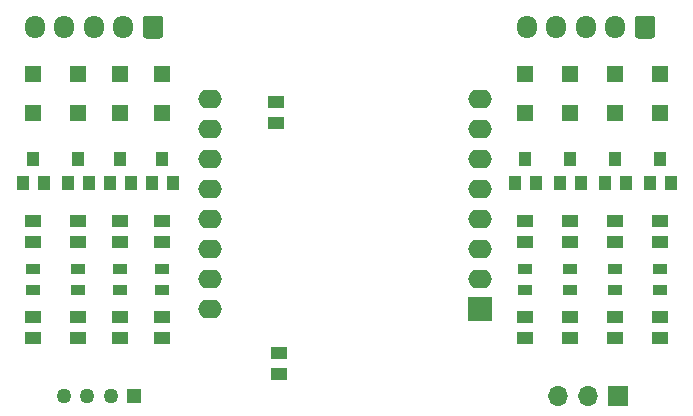
<source format=gbr>
%TF.GenerationSoftware,KiCad,Pcbnew,(5.1.10)-1*%
%TF.CreationDate,2022-04-18T16:41:03+02:00*%
%TF.ProjectId,ULN2803-Mosfet-S2-Mini,554c4e32-3830-4332-9d4d-6f736665742d,rev?*%
%TF.SameCoordinates,Original*%
%TF.FileFunction,Soldermask,Top*%
%TF.FilePolarity,Negative*%
%FSLAX46Y46*%
G04 Gerber Fmt 4.6, Leading zero omitted, Abs format (unit mm)*
G04 Created by KiCad (PCBNEW (5.1.10)-1) date 2022-04-18 16:41:03*
%MOMM*%
%LPD*%
G01*
G04 APERTURE LIST*
%ADD10O,2.000000X1.600000*%
%ADD11R,2.000000X2.000000*%
%ADD12C,1.270000*%
%ADD13R,1.270000X1.270000*%
%ADD14O,1.700000X1.700000*%
%ADD15R,1.700000X1.700000*%
%ADD16R,1.400000X1.016000*%
%ADD17O,1.700000X1.950000*%
%ADD18R,1.397000X1.016000*%
%ADD19R,1.016000X1.143000*%
%ADD20R,1.270000X0.889000*%
%ADD21R,1.397000X1.397000*%
G04 APERTURE END LIST*
D10*
%TO.C,U1*%
X35560000Y-101600000D03*
X35560000Y-99060000D03*
X35560000Y-96520000D03*
X35560000Y-93980000D03*
X35560000Y-91440000D03*
X35560000Y-88900000D03*
X35560000Y-86360000D03*
X35560000Y-83820000D03*
X58420000Y-83820000D03*
X58420000Y-86360000D03*
X58420000Y-88900000D03*
X58420000Y-91440000D03*
X58420000Y-93980000D03*
X58420000Y-96520000D03*
D11*
X58420000Y-101600000D03*
D10*
X58420000Y-99060000D03*
%TD*%
D12*
%TO.C,J4*%
X23162260Y-108966000D03*
X25163780Y-108966000D03*
X27160220Y-108966000D03*
D13*
X29161740Y-108966000D03*
%TD*%
D14*
%TO.C,J3*%
X65024000Y-108966000D03*
X67564000Y-108966000D03*
D15*
X70104000Y-108966000D03*
%TD*%
D16*
%TO.C,C1*%
X41148000Y-85854000D03*
X41148000Y-84075000D03*
%TD*%
%TO.C,J1*%
G36*
G01*
X31584000Y-76999000D02*
X31584000Y-78449000D01*
G75*
G02*
X31334000Y-78699000I-250000J0D01*
G01*
X30134000Y-78699000D01*
G75*
G02*
X29884000Y-78449000I0J250000D01*
G01*
X29884000Y-76999000D01*
G75*
G02*
X30134000Y-76749000I250000J0D01*
G01*
X31334000Y-76749000D01*
G75*
G02*
X31584000Y-76999000I0J-250000D01*
G01*
G37*
D17*
X28234000Y-77724000D03*
X25734000Y-77724000D03*
X23234000Y-77724000D03*
X20734000Y-77724000D03*
%TD*%
D18*
%TO.C,RLED4*%
X31496000Y-94107000D03*
X31496000Y-95885000D03*
%TD*%
%TO.C,RLED2*%
X24384000Y-94107000D03*
X24384000Y-95885000D03*
%TD*%
%TO.C,RLED3*%
X27940000Y-94107000D03*
X27940000Y-95885000D03*
%TD*%
%TO.C,R3*%
X27940000Y-102235000D03*
X27940000Y-104013000D03*
%TD*%
%TO.C,RLED1*%
X20574000Y-94107000D03*
X20574000Y-95885000D03*
%TD*%
%TO.C,R2*%
X24384000Y-102235000D03*
X24384000Y-104013000D03*
%TD*%
%TO.C,R1*%
X20574000Y-102235000D03*
X20574000Y-104013000D03*
%TD*%
D19*
%TO.C,Q4*%
X30607000Y-90932000D03*
X32385000Y-90932000D03*
X31496000Y-88900000D03*
%TD*%
%TO.C,Q2*%
X23495000Y-90932000D03*
X25273000Y-90932000D03*
X24384000Y-88900000D03*
%TD*%
%TO.C,Q1*%
X19685000Y-90932000D03*
X21463000Y-90932000D03*
X20574000Y-88900000D03*
%TD*%
D20*
%TO.C,LED2*%
X24384000Y-99949000D03*
X24384000Y-98171000D03*
%TD*%
D21*
%TO.C,D2*%
X24384000Y-84963000D03*
X24384000Y-81661000D03*
%TD*%
D20*
%TO.C,LED1*%
X20574000Y-99949000D03*
X20574000Y-98171000D03*
%TD*%
D21*
%TO.C,D4*%
X31496000Y-84963000D03*
X31496000Y-81661000D03*
%TD*%
%TO.C,D3*%
X27940000Y-84963000D03*
X27940000Y-81661000D03*
%TD*%
%TO.C,D1*%
X20574000Y-84963000D03*
X20574000Y-81661000D03*
%TD*%
D20*
%TO.C,LED4*%
X31496000Y-99949000D03*
X31496000Y-98171000D03*
%TD*%
D18*
%TO.C,R4*%
X31496000Y-102235000D03*
X31496000Y-104013000D03*
%TD*%
D19*
%TO.C,Q3*%
X27051000Y-90932000D03*
X28829000Y-90932000D03*
X27940000Y-88900000D03*
%TD*%
D20*
%TO.C,LED3*%
X27940000Y-99949000D03*
X27940000Y-98171000D03*
%TD*%
%TO.C,J2*%
G36*
G01*
X73240000Y-76999000D02*
X73240000Y-78449000D01*
G75*
G02*
X72990000Y-78699000I-250000J0D01*
G01*
X71790000Y-78699000D01*
G75*
G02*
X71540000Y-78449000I0J250000D01*
G01*
X71540000Y-76999000D01*
G75*
G02*
X71790000Y-76749000I250000J0D01*
G01*
X72990000Y-76749000D01*
G75*
G02*
X73240000Y-76999000I0J-250000D01*
G01*
G37*
D17*
X69890000Y-77724000D03*
X67390000Y-77724000D03*
X64890000Y-77724000D03*
X62390000Y-77724000D03*
%TD*%
D21*
%TO.C,D5*%
X62230000Y-81661000D03*
X62230000Y-84963000D03*
%TD*%
D16*
%TO.C,C2*%
X41402000Y-107062000D03*
X41402000Y-105283000D03*
%TD*%
D21*
%TO.C,D7*%
X69850000Y-81661000D03*
X69850000Y-84963000D03*
%TD*%
%TO.C,D8*%
X73660000Y-81661000D03*
X73660000Y-84963000D03*
%TD*%
%TO.C,D6*%
X66040000Y-81661000D03*
X66040000Y-84963000D03*
%TD*%
D20*
%TO.C,LED5*%
X62230000Y-98171000D03*
X62230000Y-99949000D03*
%TD*%
%TO.C,LED6*%
X66040000Y-98171000D03*
X66040000Y-99949000D03*
%TD*%
%TO.C,LED8*%
X73660000Y-98171000D03*
X73660000Y-99949000D03*
%TD*%
D19*
%TO.C,Q5*%
X62230000Y-88900000D03*
X63119000Y-90932000D03*
X61341000Y-90932000D03*
%TD*%
%TO.C,Q6*%
X66040000Y-88900000D03*
X66929000Y-90932000D03*
X65151000Y-90932000D03*
%TD*%
%TO.C,Q8*%
X73660000Y-88900000D03*
X74549000Y-90932000D03*
X72771000Y-90932000D03*
%TD*%
D18*
%TO.C,R5*%
X62230000Y-104013000D03*
X62230000Y-102235000D03*
%TD*%
%TO.C,R6*%
X66040000Y-104013000D03*
X66040000Y-102235000D03*
%TD*%
%TO.C,R7*%
X69850000Y-104013000D03*
X69850000Y-102235000D03*
%TD*%
%TO.C,RLED5*%
X62230000Y-95885000D03*
X62230000Y-94107000D03*
%TD*%
%TO.C,RLED7*%
X69850000Y-95885000D03*
X69850000Y-94107000D03*
%TD*%
%TO.C,RLED6*%
X66040000Y-95885000D03*
X66040000Y-94107000D03*
%TD*%
%TO.C,RLED8*%
X73660000Y-95885000D03*
X73660000Y-94107000D03*
%TD*%
D20*
%TO.C,LED7*%
X69850000Y-98171000D03*
X69850000Y-99949000D03*
%TD*%
D19*
%TO.C,Q7*%
X69850000Y-88900000D03*
X70739000Y-90932000D03*
X68961000Y-90932000D03*
%TD*%
D18*
%TO.C,R8*%
X73660000Y-104013000D03*
X73660000Y-102235000D03*
%TD*%
M02*

</source>
